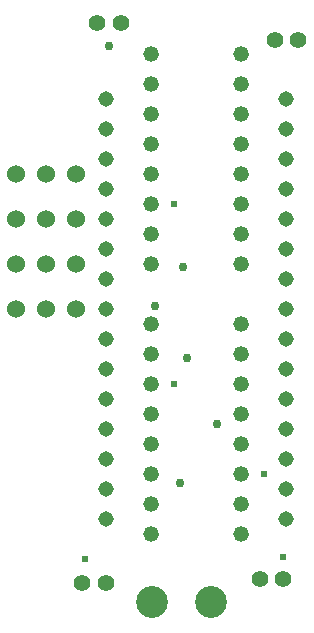
<source format=gbr>
G04 EAGLE Gerber RS-274X export*
G75*
%MOMM*%
%FSLAX34Y34*%
%LPD*%
%INCopper Layer 15*%
%IPPOS*%
%AMOC8*
5,1,8,0,0,1.08239X$1,22.5*%
G01*
%ADD10C,1.308000*%
%ADD11C,2.700000*%
%ADD12C,1.320800*%
%ADD13C,1.524000*%
%ADD14C,1.408000*%
%ADD15C,0.756400*%
%ADD16C,0.606400*%


D10*
X114300Y463550D03*
X114300Y438150D03*
X114300Y412750D03*
X114300Y387350D03*
X114300Y361950D03*
X114300Y336550D03*
X114300Y311150D03*
X114300Y285750D03*
X114300Y260350D03*
X114300Y234950D03*
X114300Y209550D03*
X114300Y184150D03*
X114300Y158750D03*
X114300Y133350D03*
X114300Y107950D03*
X266700Y107950D03*
X266700Y133350D03*
X266700Y158750D03*
X266700Y184150D03*
X266700Y209550D03*
X266700Y234950D03*
X266700Y260350D03*
X266700Y285750D03*
X266700Y311150D03*
X266700Y336550D03*
X266700Y361950D03*
X266700Y387350D03*
X266700Y412750D03*
X266700Y438150D03*
X266700Y463550D03*
D11*
X202800Y38100D03*
X152800Y38100D03*
D12*
X152400Y95250D03*
X152400Y120650D03*
X152400Y247650D03*
X152400Y273050D03*
X152400Y146050D03*
X152400Y171450D03*
X152400Y222250D03*
X152400Y196850D03*
X228600Y273050D03*
X228600Y247650D03*
X228600Y222250D03*
X228600Y196850D03*
X228600Y171450D03*
X228600Y146050D03*
X228600Y120650D03*
X228600Y95250D03*
X152400Y323850D03*
X152400Y349250D03*
X152400Y476250D03*
X152400Y501650D03*
X152400Y374650D03*
X152400Y400050D03*
X152400Y450850D03*
X152400Y425450D03*
X228600Y501650D03*
X228600Y476250D03*
X228600Y450850D03*
X228600Y425450D03*
X228600Y400050D03*
X228600Y374650D03*
X228600Y349250D03*
X228600Y323850D03*
D13*
X88900Y285750D03*
X63500Y285750D03*
X38100Y285750D03*
X88900Y323850D03*
X63500Y323850D03*
X38100Y323850D03*
X88900Y361950D03*
X63500Y361950D03*
X38100Y361950D03*
X88900Y400050D03*
X63500Y400050D03*
X38100Y400050D03*
D14*
X113759Y54039D03*
X93759Y54039D03*
X264000Y57150D03*
X244000Y57150D03*
X106523Y528447D03*
X126523Y528447D03*
X276827Y514223D03*
X256827Y514223D03*
D15*
X208217Y188786D03*
X179007Y321437D03*
X155575Y288925D03*
D16*
X171450Y222250D03*
X171450Y374650D03*
X247650Y146050D03*
D15*
X182245Y244475D03*
X176657Y139192D03*
D16*
X96520Y74486D03*
X263589Y76073D03*
D15*
X116586Y508445D03*
M02*

</source>
